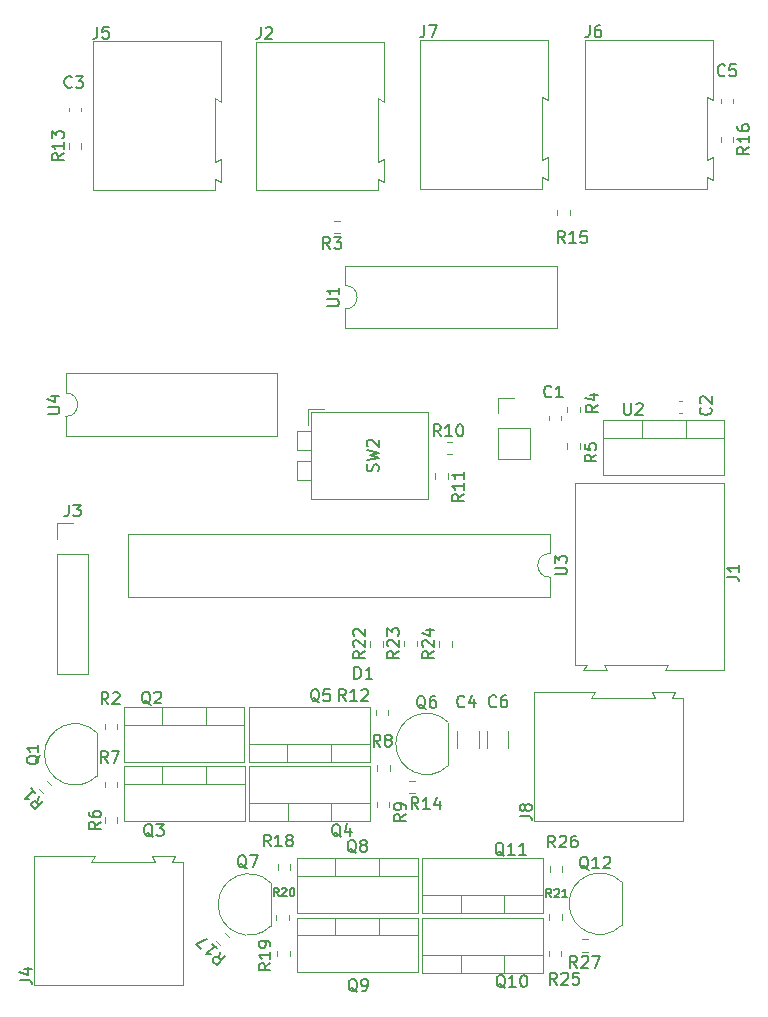
<source format=gbr>
%TF.GenerationSoftware,KiCad,Pcbnew,(6.0.2)*%
%TF.CreationDate,2022-03-08T08:53:01-06:00*%
%TF.ProjectId,FundamentalsRobot,46756e64-616d-4656-9e74-616c73526f62,rev?*%
%TF.SameCoordinates,Original*%
%TF.FileFunction,Legend,Top*%
%TF.FilePolarity,Positive*%
%FSLAX46Y46*%
G04 Gerber Fmt 4.6, Leading zero omitted, Abs format (unit mm)*
G04 Created by KiCad (PCBNEW (6.0.2)) date 2022-03-08 08:53:01*
%MOMM*%
%LPD*%
G01*
G04 APERTURE LIST*
%ADD10C,0.150000*%
%ADD11C,0.120000*%
G04 APERTURE END LIST*
D10*
%TO.C,R13*%
X102037380Y-64987857D02*
X101561190Y-65321190D01*
X102037380Y-65559285D02*
X101037380Y-65559285D01*
X101037380Y-65178333D01*
X101085000Y-65083095D01*
X101132619Y-65035476D01*
X101227857Y-64987857D01*
X101370714Y-64987857D01*
X101465952Y-65035476D01*
X101513571Y-65083095D01*
X101561190Y-65178333D01*
X101561190Y-65559285D01*
X102037380Y-64035476D02*
X102037380Y-64606904D01*
X102037380Y-64321190D02*
X101037380Y-64321190D01*
X101180238Y-64416428D01*
X101275476Y-64511666D01*
X101323095Y-64606904D01*
X101037380Y-63702142D02*
X101037380Y-63083095D01*
X101418333Y-63416428D01*
X101418333Y-63273571D01*
X101465952Y-63178333D01*
X101513571Y-63130714D01*
X101608809Y-63083095D01*
X101846904Y-63083095D01*
X101942142Y-63130714D01*
X101989761Y-63178333D01*
X102037380Y-63273571D01*
X102037380Y-63559285D01*
X101989761Y-63654523D01*
X101942142Y-63702142D01*
%TO.C,U2*%
X149508095Y-86122380D02*
X149508095Y-86931904D01*
X149555714Y-87027142D01*
X149603333Y-87074761D01*
X149698571Y-87122380D01*
X149889047Y-87122380D01*
X149984285Y-87074761D01*
X150031904Y-87027142D01*
X150079523Y-86931904D01*
X150079523Y-86122380D01*
X150508095Y-86217619D02*
X150555714Y-86170000D01*
X150650952Y-86122380D01*
X150889047Y-86122380D01*
X150984285Y-86170000D01*
X151031904Y-86217619D01*
X151079523Y-86312857D01*
X151079523Y-86408095D01*
X151031904Y-86550952D01*
X150460476Y-87122380D01*
X151079523Y-87122380D01*
%TO.C,Q4*%
X125504761Y-122847619D02*
X125409523Y-122800000D01*
X125314285Y-122704761D01*
X125171428Y-122561904D01*
X125076190Y-122514285D01*
X124980952Y-122514285D01*
X125028571Y-122752380D02*
X124933333Y-122704761D01*
X124838095Y-122609523D01*
X124790476Y-122419047D01*
X124790476Y-122085714D01*
X124838095Y-121895238D01*
X124933333Y-121800000D01*
X125028571Y-121752380D01*
X125219047Y-121752380D01*
X125314285Y-121800000D01*
X125409523Y-121895238D01*
X125457142Y-122085714D01*
X125457142Y-122419047D01*
X125409523Y-122609523D01*
X125314285Y-122704761D01*
X125219047Y-122752380D01*
X125028571Y-122752380D01*
X126314285Y-122085714D02*
X126314285Y-122752380D01*
X126076190Y-121704761D02*
X125838095Y-122419047D01*
X126457142Y-122419047D01*
%TO.C,Q12*%
X146488571Y-125612619D02*
X146393333Y-125565000D01*
X146298095Y-125469761D01*
X146155238Y-125326904D01*
X146060000Y-125279285D01*
X145964761Y-125279285D01*
X146012380Y-125517380D02*
X145917142Y-125469761D01*
X145821904Y-125374523D01*
X145774285Y-125184047D01*
X145774285Y-124850714D01*
X145821904Y-124660238D01*
X145917142Y-124565000D01*
X146012380Y-124517380D01*
X146202857Y-124517380D01*
X146298095Y-124565000D01*
X146393333Y-124660238D01*
X146440952Y-124850714D01*
X146440952Y-125184047D01*
X146393333Y-125374523D01*
X146298095Y-125469761D01*
X146202857Y-125517380D01*
X146012380Y-125517380D01*
X147393333Y-125517380D02*
X146821904Y-125517380D01*
X147107619Y-125517380D02*
X147107619Y-124517380D01*
X147012380Y-124660238D01*
X146917142Y-124755476D01*
X146821904Y-124803095D01*
X147774285Y-124612619D02*
X147821904Y-124565000D01*
X147917142Y-124517380D01*
X148155238Y-124517380D01*
X148250476Y-124565000D01*
X148298095Y-124612619D01*
X148345714Y-124707857D01*
X148345714Y-124803095D01*
X148298095Y-124945952D01*
X147726666Y-125517380D01*
X148345714Y-125517380D01*
%TO.C,R17*%
X115304450Y-132564687D02*
X115203435Y-133137106D01*
X115708511Y-132968748D02*
X115001404Y-133675854D01*
X114732030Y-133406480D01*
X114698358Y-133305465D01*
X114698358Y-133238122D01*
X114732030Y-133137106D01*
X114833045Y-133036091D01*
X114934061Y-133002419D01*
X115001404Y-133002419D01*
X115102419Y-133036091D01*
X115371793Y-133305465D01*
X114631015Y-131891251D02*
X115035076Y-132295312D01*
X114833045Y-132093282D02*
X114125938Y-132800389D01*
X114294297Y-132766717D01*
X114428984Y-132766717D01*
X114530000Y-132800389D01*
X113688206Y-132362656D02*
X113216801Y-131891251D01*
X114226954Y-131487190D01*
%TO.C,R4*%
X147252380Y-86266666D02*
X146776190Y-86600000D01*
X147252380Y-86838095D02*
X146252380Y-86838095D01*
X146252380Y-86457142D01*
X146300000Y-86361904D01*
X146347619Y-86314285D01*
X146442857Y-86266666D01*
X146585714Y-86266666D01*
X146680952Y-86314285D01*
X146728571Y-86361904D01*
X146776190Y-86457142D01*
X146776190Y-86838095D01*
X146585714Y-85409523D02*
X147252380Y-85409523D01*
X146204761Y-85647619D02*
X146919047Y-85885714D01*
X146919047Y-85266666D01*
%TO.C,R27*%
X145517142Y-133927380D02*
X145183809Y-133451190D01*
X144945714Y-133927380D02*
X144945714Y-132927380D01*
X145326666Y-132927380D01*
X145421904Y-132975000D01*
X145469523Y-133022619D01*
X145517142Y-133117857D01*
X145517142Y-133260714D01*
X145469523Y-133355952D01*
X145421904Y-133403571D01*
X145326666Y-133451190D01*
X144945714Y-133451190D01*
X145898095Y-133022619D02*
X145945714Y-132975000D01*
X146040952Y-132927380D01*
X146279047Y-132927380D01*
X146374285Y-132975000D01*
X146421904Y-133022619D01*
X146469523Y-133117857D01*
X146469523Y-133213095D01*
X146421904Y-133355952D01*
X145850476Y-133927380D01*
X146469523Y-133927380D01*
X146802857Y-132927380D02*
X147469523Y-132927380D01*
X147040952Y-133927380D01*
%TO.C,U1*%
X124347380Y-77916904D02*
X125156904Y-77916904D01*
X125252142Y-77869285D01*
X125299761Y-77821666D01*
X125347380Y-77726428D01*
X125347380Y-77535952D01*
X125299761Y-77440714D01*
X125252142Y-77393095D01*
X125156904Y-77345476D01*
X124347380Y-77345476D01*
X125347380Y-76345476D02*
X125347380Y-76916904D01*
X125347380Y-76631190D02*
X124347380Y-76631190D01*
X124490238Y-76726428D01*
X124585476Y-76821666D01*
X124633095Y-76916904D01*
%TO.C,C4*%
X135973333Y-111787142D02*
X135925714Y-111834761D01*
X135782857Y-111882380D01*
X135687619Y-111882380D01*
X135544761Y-111834761D01*
X135449523Y-111739523D01*
X135401904Y-111644285D01*
X135354285Y-111453809D01*
X135354285Y-111310952D01*
X135401904Y-111120476D01*
X135449523Y-111025238D01*
X135544761Y-110930000D01*
X135687619Y-110882380D01*
X135782857Y-110882380D01*
X135925714Y-110930000D01*
X135973333Y-110977619D01*
X136830476Y-111215714D02*
X136830476Y-111882380D01*
X136592380Y-110834761D02*
X136354285Y-111549047D01*
X136973333Y-111549047D01*
%TO.C,Q1*%
X100007619Y-115955238D02*
X99960000Y-116050476D01*
X99864761Y-116145714D01*
X99721904Y-116288571D01*
X99674285Y-116383809D01*
X99674285Y-116479047D01*
X99912380Y-116431428D02*
X99864761Y-116526666D01*
X99769523Y-116621904D01*
X99579047Y-116669523D01*
X99245714Y-116669523D01*
X99055238Y-116621904D01*
X98960000Y-116526666D01*
X98912380Y-116431428D01*
X98912380Y-116240952D01*
X98960000Y-116145714D01*
X99055238Y-116050476D01*
X99245714Y-116002857D01*
X99579047Y-116002857D01*
X99769523Y-116050476D01*
X99864761Y-116145714D01*
X99912380Y-116240952D01*
X99912380Y-116431428D01*
X99912380Y-115050476D02*
X99912380Y-115621904D01*
X99912380Y-115336190D02*
X98912380Y-115336190D01*
X99055238Y-115431428D01*
X99150476Y-115526666D01*
X99198095Y-115621904D01*
%TO.C,R10*%
X133977142Y-88927380D02*
X133643809Y-88451190D01*
X133405714Y-88927380D02*
X133405714Y-87927380D01*
X133786666Y-87927380D01*
X133881904Y-87975000D01*
X133929523Y-88022619D01*
X133977142Y-88117857D01*
X133977142Y-88260714D01*
X133929523Y-88355952D01*
X133881904Y-88403571D01*
X133786666Y-88451190D01*
X133405714Y-88451190D01*
X134929523Y-88927380D02*
X134358095Y-88927380D01*
X134643809Y-88927380D02*
X134643809Y-87927380D01*
X134548571Y-88070238D01*
X134453333Y-88165476D01*
X134358095Y-88213095D01*
X135548571Y-87927380D02*
X135643809Y-87927380D01*
X135739047Y-87975000D01*
X135786666Y-88022619D01*
X135834285Y-88117857D01*
X135881904Y-88308333D01*
X135881904Y-88546428D01*
X135834285Y-88736904D01*
X135786666Y-88832142D01*
X135739047Y-88879761D01*
X135643809Y-88927380D01*
X135548571Y-88927380D01*
X135453333Y-88879761D01*
X135405714Y-88832142D01*
X135358095Y-88736904D01*
X135310476Y-88546428D01*
X135310476Y-88308333D01*
X135358095Y-88117857D01*
X135405714Y-88022619D01*
X135453333Y-87975000D01*
X135548571Y-87927380D01*
%TO.C,R24*%
X133402380Y-107137857D02*
X132926190Y-107471190D01*
X133402380Y-107709285D02*
X132402380Y-107709285D01*
X132402380Y-107328333D01*
X132450000Y-107233095D01*
X132497619Y-107185476D01*
X132592857Y-107137857D01*
X132735714Y-107137857D01*
X132830952Y-107185476D01*
X132878571Y-107233095D01*
X132926190Y-107328333D01*
X132926190Y-107709285D01*
X132497619Y-106756904D02*
X132450000Y-106709285D01*
X132402380Y-106614047D01*
X132402380Y-106375952D01*
X132450000Y-106280714D01*
X132497619Y-106233095D01*
X132592857Y-106185476D01*
X132688095Y-106185476D01*
X132830952Y-106233095D01*
X133402380Y-106804523D01*
X133402380Y-106185476D01*
X132735714Y-105328333D02*
X133402380Y-105328333D01*
X132354761Y-105566428D02*
X133069047Y-105804523D01*
X133069047Y-105185476D01*
%TO.C,J5*%
X104906666Y-54252380D02*
X104906666Y-54966666D01*
X104859047Y-55109523D01*
X104763809Y-55204761D01*
X104620952Y-55252380D01*
X104525714Y-55252380D01*
X105859047Y-54252380D02*
X105382857Y-54252380D01*
X105335238Y-54728571D01*
X105382857Y-54680952D01*
X105478095Y-54633333D01*
X105716190Y-54633333D01*
X105811428Y-54680952D01*
X105859047Y-54728571D01*
X105906666Y-54823809D01*
X105906666Y-55061904D01*
X105859047Y-55157142D01*
X105811428Y-55204761D01*
X105716190Y-55252380D01*
X105478095Y-55252380D01*
X105382857Y-55204761D01*
X105335238Y-55157142D01*
%TO.C,J1*%
X158232380Y-100838333D02*
X158946666Y-100838333D01*
X159089523Y-100885952D01*
X159184761Y-100981190D01*
X159232380Y-101124047D01*
X159232380Y-101219285D01*
X159232380Y-99838333D02*
X159232380Y-100409761D01*
X159232380Y-100124047D02*
X158232380Y-100124047D01*
X158375238Y-100219285D01*
X158470476Y-100314523D01*
X158518095Y-100409761D01*
%TO.C,J6*%
X146581666Y-54132380D02*
X146581666Y-54846666D01*
X146534047Y-54989523D01*
X146438809Y-55084761D01*
X146295952Y-55132380D01*
X146200714Y-55132380D01*
X147486428Y-54132380D02*
X147295952Y-54132380D01*
X147200714Y-54180000D01*
X147153095Y-54227619D01*
X147057857Y-54370476D01*
X147010238Y-54560952D01*
X147010238Y-54941904D01*
X147057857Y-55037142D01*
X147105476Y-55084761D01*
X147200714Y-55132380D01*
X147391190Y-55132380D01*
X147486428Y-55084761D01*
X147534047Y-55037142D01*
X147581666Y-54941904D01*
X147581666Y-54703809D01*
X147534047Y-54608571D01*
X147486428Y-54560952D01*
X147391190Y-54513333D01*
X147200714Y-54513333D01*
X147105476Y-54560952D01*
X147057857Y-54608571D01*
X147010238Y-54703809D01*
%TO.C,C2*%
X156807142Y-86506666D02*
X156854761Y-86554285D01*
X156902380Y-86697142D01*
X156902380Y-86792380D01*
X156854761Y-86935238D01*
X156759523Y-87030476D01*
X156664285Y-87078095D01*
X156473809Y-87125714D01*
X156330952Y-87125714D01*
X156140476Y-87078095D01*
X156045238Y-87030476D01*
X155950000Y-86935238D01*
X155902380Y-86792380D01*
X155902380Y-86697142D01*
X155950000Y-86554285D01*
X155997619Y-86506666D01*
X155997619Y-86125714D02*
X155950000Y-86078095D01*
X155902380Y-85982857D01*
X155902380Y-85744761D01*
X155950000Y-85649523D01*
X155997619Y-85601904D01*
X156092857Y-85554285D01*
X156188095Y-85554285D01*
X156330952Y-85601904D01*
X156902380Y-86173333D01*
X156902380Y-85554285D01*
%TO.C,Q10*%
X139428571Y-135647619D02*
X139333333Y-135600000D01*
X139238095Y-135504761D01*
X139095238Y-135361904D01*
X139000000Y-135314285D01*
X138904761Y-135314285D01*
X138952380Y-135552380D02*
X138857142Y-135504761D01*
X138761904Y-135409523D01*
X138714285Y-135219047D01*
X138714285Y-134885714D01*
X138761904Y-134695238D01*
X138857142Y-134600000D01*
X138952380Y-134552380D01*
X139142857Y-134552380D01*
X139238095Y-134600000D01*
X139333333Y-134695238D01*
X139380952Y-134885714D01*
X139380952Y-135219047D01*
X139333333Y-135409523D01*
X139238095Y-135504761D01*
X139142857Y-135552380D01*
X138952380Y-135552380D01*
X140333333Y-135552380D02*
X139761904Y-135552380D01*
X140047619Y-135552380D02*
X140047619Y-134552380D01*
X139952380Y-134695238D01*
X139857142Y-134790476D01*
X139761904Y-134838095D01*
X140952380Y-134552380D02*
X141047619Y-134552380D01*
X141142857Y-134600000D01*
X141190476Y-134647619D01*
X141238095Y-134742857D01*
X141285714Y-134933333D01*
X141285714Y-135171428D01*
X141238095Y-135361904D01*
X141190476Y-135457142D01*
X141142857Y-135504761D01*
X141047619Y-135552380D01*
X140952380Y-135552380D01*
X140857142Y-135504761D01*
X140809523Y-135457142D01*
X140761904Y-135361904D01*
X140714285Y-135171428D01*
X140714285Y-134933333D01*
X140761904Y-134742857D01*
X140809523Y-134647619D01*
X140857142Y-134600000D01*
X140952380Y-134552380D01*
%TO.C,R23*%
X130442380Y-107107857D02*
X129966190Y-107441190D01*
X130442380Y-107679285D02*
X129442380Y-107679285D01*
X129442380Y-107298333D01*
X129490000Y-107203095D01*
X129537619Y-107155476D01*
X129632857Y-107107857D01*
X129775714Y-107107857D01*
X129870952Y-107155476D01*
X129918571Y-107203095D01*
X129966190Y-107298333D01*
X129966190Y-107679285D01*
X129537619Y-106726904D02*
X129490000Y-106679285D01*
X129442380Y-106584047D01*
X129442380Y-106345952D01*
X129490000Y-106250714D01*
X129537619Y-106203095D01*
X129632857Y-106155476D01*
X129728095Y-106155476D01*
X129870952Y-106203095D01*
X130442380Y-106774523D01*
X130442380Y-106155476D01*
X129442380Y-105822142D02*
X129442380Y-105203095D01*
X129823333Y-105536428D01*
X129823333Y-105393571D01*
X129870952Y-105298333D01*
X129918571Y-105250714D01*
X130013809Y-105203095D01*
X130251904Y-105203095D01*
X130347142Y-105250714D01*
X130394761Y-105298333D01*
X130442380Y-105393571D01*
X130442380Y-105679285D01*
X130394761Y-105774523D01*
X130347142Y-105822142D01*
%TO.C,R18*%
X119567142Y-123652380D02*
X119233809Y-123176190D01*
X118995714Y-123652380D02*
X118995714Y-122652380D01*
X119376666Y-122652380D01*
X119471904Y-122700000D01*
X119519523Y-122747619D01*
X119567142Y-122842857D01*
X119567142Y-122985714D01*
X119519523Y-123080952D01*
X119471904Y-123128571D01*
X119376666Y-123176190D01*
X118995714Y-123176190D01*
X120519523Y-123652380D02*
X119948095Y-123652380D01*
X120233809Y-123652380D02*
X120233809Y-122652380D01*
X120138571Y-122795238D01*
X120043333Y-122890476D01*
X119948095Y-122938095D01*
X121090952Y-123080952D02*
X120995714Y-123033333D01*
X120948095Y-122985714D01*
X120900476Y-122890476D01*
X120900476Y-122842857D01*
X120948095Y-122747619D01*
X120995714Y-122700000D01*
X121090952Y-122652380D01*
X121281428Y-122652380D01*
X121376666Y-122700000D01*
X121424285Y-122747619D01*
X121471904Y-122842857D01*
X121471904Y-122890476D01*
X121424285Y-122985714D01*
X121376666Y-123033333D01*
X121281428Y-123080952D01*
X121090952Y-123080952D01*
X120995714Y-123128571D01*
X120948095Y-123176190D01*
X120900476Y-123271428D01*
X120900476Y-123461904D01*
X120948095Y-123557142D01*
X120995714Y-123604761D01*
X121090952Y-123652380D01*
X121281428Y-123652380D01*
X121376666Y-123604761D01*
X121424285Y-123557142D01*
X121471904Y-123461904D01*
X121471904Y-123271428D01*
X121424285Y-123176190D01*
X121376666Y-123128571D01*
X121281428Y-123080952D01*
%TO.C,R26*%
X143652142Y-123737380D02*
X143318809Y-123261190D01*
X143080714Y-123737380D02*
X143080714Y-122737380D01*
X143461666Y-122737380D01*
X143556904Y-122785000D01*
X143604523Y-122832619D01*
X143652142Y-122927857D01*
X143652142Y-123070714D01*
X143604523Y-123165952D01*
X143556904Y-123213571D01*
X143461666Y-123261190D01*
X143080714Y-123261190D01*
X144033095Y-122832619D02*
X144080714Y-122785000D01*
X144175952Y-122737380D01*
X144414047Y-122737380D01*
X144509285Y-122785000D01*
X144556904Y-122832619D01*
X144604523Y-122927857D01*
X144604523Y-123023095D01*
X144556904Y-123165952D01*
X143985476Y-123737380D01*
X144604523Y-123737380D01*
X145461666Y-122737380D02*
X145271190Y-122737380D01*
X145175952Y-122785000D01*
X145128333Y-122832619D01*
X145033095Y-122975476D01*
X144985476Y-123165952D01*
X144985476Y-123546904D01*
X145033095Y-123642142D01*
X145080714Y-123689761D01*
X145175952Y-123737380D01*
X145366428Y-123737380D01*
X145461666Y-123689761D01*
X145509285Y-123642142D01*
X145556904Y-123546904D01*
X145556904Y-123308809D01*
X145509285Y-123213571D01*
X145461666Y-123165952D01*
X145366428Y-123118333D01*
X145175952Y-123118333D01*
X145080714Y-123165952D01*
X145033095Y-123213571D01*
X144985476Y-123308809D01*
%TO.C,R25*%
X143817142Y-135347380D02*
X143483809Y-134871190D01*
X143245714Y-135347380D02*
X143245714Y-134347380D01*
X143626666Y-134347380D01*
X143721904Y-134395000D01*
X143769523Y-134442619D01*
X143817142Y-134537857D01*
X143817142Y-134680714D01*
X143769523Y-134775952D01*
X143721904Y-134823571D01*
X143626666Y-134871190D01*
X143245714Y-134871190D01*
X144198095Y-134442619D02*
X144245714Y-134395000D01*
X144340952Y-134347380D01*
X144579047Y-134347380D01*
X144674285Y-134395000D01*
X144721904Y-134442619D01*
X144769523Y-134537857D01*
X144769523Y-134633095D01*
X144721904Y-134775952D01*
X144150476Y-135347380D01*
X144769523Y-135347380D01*
X145674285Y-134347380D02*
X145198095Y-134347380D01*
X145150476Y-134823571D01*
X145198095Y-134775952D01*
X145293333Y-134728333D01*
X145531428Y-134728333D01*
X145626666Y-134775952D01*
X145674285Y-134823571D01*
X145721904Y-134918809D01*
X145721904Y-135156904D01*
X145674285Y-135252142D01*
X145626666Y-135299761D01*
X145531428Y-135347380D01*
X145293333Y-135347380D01*
X145198095Y-135299761D01*
X145150476Y-135252142D01*
%TO.C,Q5*%
X123704761Y-111447619D02*
X123609523Y-111400000D01*
X123514285Y-111304761D01*
X123371428Y-111161904D01*
X123276190Y-111114285D01*
X123180952Y-111114285D01*
X123228571Y-111352380D02*
X123133333Y-111304761D01*
X123038095Y-111209523D01*
X122990476Y-111019047D01*
X122990476Y-110685714D01*
X123038095Y-110495238D01*
X123133333Y-110400000D01*
X123228571Y-110352380D01*
X123419047Y-110352380D01*
X123514285Y-110400000D01*
X123609523Y-110495238D01*
X123657142Y-110685714D01*
X123657142Y-111019047D01*
X123609523Y-111209523D01*
X123514285Y-111304761D01*
X123419047Y-111352380D01*
X123228571Y-111352380D01*
X124561904Y-110352380D02*
X124085714Y-110352380D01*
X124038095Y-110828571D01*
X124085714Y-110780952D01*
X124180952Y-110733333D01*
X124419047Y-110733333D01*
X124514285Y-110780952D01*
X124561904Y-110828571D01*
X124609523Y-110923809D01*
X124609523Y-111161904D01*
X124561904Y-111257142D01*
X124514285Y-111304761D01*
X124419047Y-111352380D01*
X124180952Y-111352380D01*
X124085714Y-111304761D01*
X124038095Y-111257142D01*
%TO.C,R3*%
X124603333Y-73072380D02*
X124270000Y-72596190D01*
X124031904Y-73072380D02*
X124031904Y-72072380D01*
X124412857Y-72072380D01*
X124508095Y-72120000D01*
X124555714Y-72167619D01*
X124603333Y-72262857D01*
X124603333Y-72405714D01*
X124555714Y-72500952D01*
X124508095Y-72548571D01*
X124412857Y-72596190D01*
X124031904Y-72596190D01*
X124936666Y-72072380D02*
X125555714Y-72072380D01*
X125222380Y-72453333D01*
X125365238Y-72453333D01*
X125460476Y-72500952D01*
X125508095Y-72548571D01*
X125555714Y-72643809D01*
X125555714Y-72881904D01*
X125508095Y-72977142D01*
X125460476Y-73024761D01*
X125365238Y-73072380D01*
X125079523Y-73072380D01*
X124984285Y-73024761D01*
X124936666Y-72977142D01*
%TO.C,C3*%
X102738333Y-59332142D02*
X102690714Y-59379761D01*
X102547857Y-59427380D01*
X102452619Y-59427380D01*
X102309761Y-59379761D01*
X102214523Y-59284523D01*
X102166904Y-59189285D01*
X102119285Y-58998809D01*
X102119285Y-58855952D01*
X102166904Y-58665476D01*
X102214523Y-58570238D01*
X102309761Y-58475000D01*
X102452619Y-58427380D01*
X102547857Y-58427380D01*
X102690714Y-58475000D01*
X102738333Y-58522619D01*
X103071666Y-58427380D02*
X103690714Y-58427380D01*
X103357380Y-58808333D01*
X103500238Y-58808333D01*
X103595476Y-58855952D01*
X103643095Y-58903571D01*
X103690714Y-58998809D01*
X103690714Y-59236904D01*
X103643095Y-59332142D01*
X103595476Y-59379761D01*
X103500238Y-59427380D01*
X103214523Y-59427380D01*
X103119285Y-59379761D01*
X103071666Y-59332142D01*
%TO.C,J8*%
X140662380Y-121068333D02*
X141376666Y-121068333D01*
X141519523Y-121115952D01*
X141614761Y-121211190D01*
X141662380Y-121354047D01*
X141662380Y-121449285D01*
X141090952Y-120449285D02*
X141043333Y-120544523D01*
X140995714Y-120592142D01*
X140900476Y-120639761D01*
X140852857Y-120639761D01*
X140757619Y-120592142D01*
X140710000Y-120544523D01*
X140662380Y-120449285D01*
X140662380Y-120258809D01*
X140710000Y-120163571D01*
X140757619Y-120115952D01*
X140852857Y-120068333D01*
X140900476Y-120068333D01*
X140995714Y-120115952D01*
X141043333Y-120163571D01*
X141090952Y-120258809D01*
X141090952Y-120449285D01*
X141138571Y-120544523D01*
X141186190Y-120592142D01*
X141281428Y-120639761D01*
X141471904Y-120639761D01*
X141567142Y-120592142D01*
X141614761Y-120544523D01*
X141662380Y-120449285D01*
X141662380Y-120258809D01*
X141614761Y-120163571D01*
X141567142Y-120115952D01*
X141471904Y-120068333D01*
X141281428Y-120068333D01*
X141186190Y-120115952D01*
X141138571Y-120163571D01*
X141090952Y-120258809D01*
%TO.C,C1*%
X143333333Y-85547142D02*
X143285714Y-85594761D01*
X143142857Y-85642380D01*
X143047619Y-85642380D01*
X142904761Y-85594761D01*
X142809523Y-85499523D01*
X142761904Y-85404285D01*
X142714285Y-85213809D01*
X142714285Y-85070952D01*
X142761904Y-84880476D01*
X142809523Y-84785238D01*
X142904761Y-84690000D01*
X143047619Y-84642380D01*
X143142857Y-84642380D01*
X143285714Y-84690000D01*
X143333333Y-84737619D01*
X144285714Y-85642380D02*
X143714285Y-85642380D01*
X144000000Y-85642380D02*
X144000000Y-84642380D01*
X143904761Y-84785238D01*
X143809523Y-84880476D01*
X143714285Y-84928095D01*
%TO.C,R14*%
X132077142Y-120487380D02*
X131743809Y-120011190D01*
X131505714Y-120487380D02*
X131505714Y-119487380D01*
X131886666Y-119487380D01*
X131981904Y-119535000D01*
X132029523Y-119582619D01*
X132077142Y-119677857D01*
X132077142Y-119820714D01*
X132029523Y-119915952D01*
X131981904Y-119963571D01*
X131886666Y-120011190D01*
X131505714Y-120011190D01*
X133029523Y-120487380D02*
X132458095Y-120487380D01*
X132743809Y-120487380D02*
X132743809Y-119487380D01*
X132648571Y-119630238D01*
X132553333Y-119725476D01*
X132458095Y-119773095D01*
X133886666Y-119820714D02*
X133886666Y-120487380D01*
X133648571Y-119439761D02*
X133410476Y-120154047D01*
X134029523Y-120154047D01*
%TO.C,C6*%
X138663333Y-111772142D02*
X138615714Y-111819761D01*
X138472857Y-111867380D01*
X138377619Y-111867380D01*
X138234761Y-111819761D01*
X138139523Y-111724523D01*
X138091904Y-111629285D01*
X138044285Y-111438809D01*
X138044285Y-111295952D01*
X138091904Y-111105476D01*
X138139523Y-111010238D01*
X138234761Y-110915000D01*
X138377619Y-110867380D01*
X138472857Y-110867380D01*
X138615714Y-110915000D01*
X138663333Y-110962619D01*
X139520476Y-110867380D02*
X139330000Y-110867380D01*
X139234761Y-110915000D01*
X139187142Y-110962619D01*
X139091904Y-111105476D01*
X139044285Y-111295952D01*
X139044285Y-111676904D01*
X139091904Y-111772142D01*
X139139523Y-111819761D01*
X139234761Y-111867380D01*
X139425238Y-111867380D01*
X139520476Y-111819761D01*
X139568095Y-111772142D01*
X139615714Y-111676904D01*
X139615714Y-111438809D01*
X139568095Y-111343571D01*
X139520476Y-111295952D01*
X139425238Y-111248333D01*
X139234761Y-111248333D01*
X139139523Y-111295952D01*
X139091904Y-111343571D01*
X139044285Y-111438809D01*
%TO.C,R20*%
X120260000Y-127861666D02*
X120026666Y-127528333D01*
X119860000Y-127861666D02*
X119860000Y-127161666D01*
X120126666Y-127161666D01*
X120193333Y-127195000D01*
X120226666Y-127228333D01*
X120260000Y-127295000D01*
X120260000Y-127395000D01*
X120226666Y-127461666D01*
X120193333Y-127495000D01*
X120126666Y-127528333D01*
X119860000Y-127528333D01*
X120526666Y-127228333D02*
X120560000Y-127195000D01*
X120626666Y-127161666D01*
X120793333Y-127161666D01*
X120860000Y-127195000D01*
X120893333Y-127228333D01*
X120926666Y-127295000D01*
X120926666Y-127361666D01*
X120893333Y-127461666D01*
X120493333Y-127861666D01*
X120926666Y-127861666D01*
X121360000Y-127161666D02*
X121426666Y-127161666D01*
X121493333Y-127195000D01*
X121526666Y-127228333D01*
X121560000Y-127295000D01*
X121593333Y-127428333D01*
X121593333Y-127595000D01*
X121560000Y-127728333D01*
X121526666Y-127795000D01*
X121493333Y-127828333D01*
X121426666Y-127861666D01*
X121360000Y-127861666D01*
X121293333Y-127828333D01*
X121260000Y-127795000D01*
X121226666Y-127728333D01*
X121193333Y-127595000D01*
X121193333Y-127428333D01*
X121226666Y-127295000D01*
X121260000Y-127228333D01*
X121293333Y-127195000D01*
X121360000Y-127161666D01*
%TO.C,R6*%
X105182380Y-121576666D02*
X104706190Y-121910000D01*
X105182380Y-122148095D02*
X104182380Y-122148095D01*
X104182380Y-121767142D01*
X104230000Y-121671904D01*
X104277619Y-121624285D01*
X104372857Y-121576666D01*
X104515714Y-121576666D01*
X104610952Y-121624285D01*
X104658571Y-121671904D01*
X104706190Y-121767142D01*
X104706190Y-122148095D01*
X104182380Y-120719523D02*
X104182380Y-120910000D01*
X104230000Y-121005238D01*
X104277619Y-121052857D01*
X104420476Y-121148095D01*
X104610952Y-121195714D01*
X104991904Y-121195714D01*
X105087142Y-121148095D01*
X105134761Y-121100476D01*
X105182380Y-121005238D01*
X105182380Y-120814761D01*
X105134761Y-120719523D01*
X105087142Y-120671904D01*
X104991904Y-120624285D01*
X104753809Y-120624285D01*
X104658571Y-120671904D01*
X104610952Y-120719523D01*
X104563333Y-120814761D01*
X104563333Y-121005238D01*
X104610952Y-121100476D01*
X104658571Y-121148095D01*
X104753809Y-121195714D01*
%TO.C,R16*%
X160077380Y-64432857D02*
X159601190Y-64766190D01*
X160077380Y-65004285D02*
X159077380Y-65004285D01*
X159077380Y-64623333D01*
X159125000Y-64528095D01*
X159172619Y-64480476D01*
X159267857Y-64432857D01*
X159410714Y-64432857D01*
X159505952Y-64480476D01*
X159553571Y-64528095D01*
X159601190Y-64623333D01*
X159601190Y-65004285D01*
X160077380Y-63480476D02*
X160077380Y-64051904D01*
X160077380Y-63766190D02*
X159077380Y-63766190D01*
X159220238Y-63861428D01*
X159315476Y-63956666D01*
X159363095Y-64051904D01*
X159077380Y-62623333D02*
X159077380Y-62813809D01*
X159125000Y-62909047D01*
X159172619Y-62956666D01*
X159315476Y-63051904D01*
X159505952Y-63099523D01*
X159886904Y-63099523D01*
X159982142Y-63051904D01*
X160029761Y-63004285D01*
X160077380Y-62909047D01*
X160077380Y-62718571D01*
X160029761Y-62623333D01*
X159982142Y-62575714D01*
X159886904Y-62528095D01*
X159648809Y-62528095D01*
X159553571Y-62575714D01*
X159505952Y-62623333D01*
X159458333Y-62718571D01*
X159458333Y-62909047D01*
X159505952Y-63004285D01*
X159553571Y-63051904D01*
X159648809Y-63099523D01*
%TO.C,R9*%
X131002380Y-120941666D02*
X130526190Y-121275000D01*
X131002380Y-121513095D02*
X130002380Y-121513095D01*
X130002380Y-121132142D01*
X130050000Y-121036904D01*
X130097619Y-120989285D01*
X130192857Y-120941666D01*
X130335714Y-120941666D01*
X130430952Y-120989285D01*
X130478571Y-121036904D01*
X130526190Y-121132142D01*
X130526190Y-121513095D01*
X131002380Y-120465476D02*
X131002380Y-120275000D01*
X130954761Y-120179761D01*
X130907142Y-120132142D01*
X130764285Y-120036904D01*
X130573809Y-119989285D01*
X130192857Y-119989285D01*
X130097619Y-120036904D01*
X130050000Y-120084523D01*
X130002380Y-120179761D01*
X130002380Y-120370238D01*
X130050000Y-120465476D01*
X130097619Y-120513095D01*
X130192857Y-120560714D01*
X130430952Y-120560714D01*
X130526190Y-120513095D01*
X130573809Y-120465476D01*
X130621428Y-120370238D01*
X130621428Y-120179761D01*
X130573809Y-120084523D01*
X130526190Y-120036904D01*
X130430952Y-119989285D01*
%TO.C,Q6*%
X132694761Y-112007619D02*
X132599523Y-111960000D01*
X132504285Y-111864761D01*
X132361428Y-111721904D01*
X132266190Y-111674285D01*
X132170952Y-111674285D01*
X132218571Y-111912380D02*
X132123333Y-111864761D01*
X132028095Y-111769523D01*
X131980476Y-111579047D01*
X131980476Y-111245714D01*
X132028095Y-111055238D01*
X132123333Y-110960000D01*
X132218571Y-110912380D01*
X132409047Y-110912380D01*
X132504285Y-110960000D01*
X132599523Y-111055238D01*
X132647142Y-111245714D01*
X132647142Y-111579047D01*
X132599523Y-111769523D01*
X132504285Y-111864761D01*
X132409047Y-111912380D01*
X132218571Y-111912380D01*
X133504285Y-110912380D02*
X133313809Y-110912380D01*
X133218571Y-110960000D01*
X133170952Y-111007619D01*
X133075714Y-111150476D01*
X133028095Y-111340952D01*
X133028095Y-111721904D01*
X133075714Y-111817142D01*
X133123333Y-111864761D01*
X133218571Y-111912380D01*
X133409047Y-111912380D01*
X133504285Y-111864761D01*
X133551904Y-111817142D01*
X133599523Y-111721904D01*
X133599523Y-111483809D01*
X133551904Y-111388571D01*
X133504285Y-111340952D01*
X133409047Y-111293333D01*
X133218571Y-111293333D01*
X133123333Y-111340952D01*
X133075714Y-111388571D01*
X133028095Y-111483809D01*
%TO.C,R2*%
X105833333Y-111612380D02*
X105500000Y-111136190D01*
X105261904Y-111612380D02*
X105261904Y-110612380D01*
X105642857Y-110612380D01*
X105738095Y-110660000D01*
X105785714Y-110707619D01*
X105833333Y-110802857D01*
X105833333Y-110945714D01*
X105785714Y-111040952D01*
X105738095Y-111088571D01*
X105642857Y-111136190D01*
X105261904Y-111136190D01*
X106214285Y-110707619D02*
X106261904Y-110660000D01*
X106357142Y-110612380D01*
X106595238Y-110612380D01*
X106690476Y-110660000D01*
X106738095Y-110707619D01*
X106785714Y-110802857D01*
X106785714Y-110898095D01*
X106738095Y-111040952D01*
X106166666Y-111612380D01*
X106785714Y-111612380D01*
%TO.C,J7*%
X132591666Y-54132380D02*
X132591666Y-54846666D01*
X132544047Y-54989523D01*
X132448809Y-55084761D01*
X132305952Y-55132380D01*
X132210714Y-55132380D01*
X132972619Y-54132380D02*
X133639285Y-54132380D01*
X133210714Y-55132380D01*
%TO.C,R7*%
X105773333Y-116582380D02*
X105440000Y-116106190D01*
X105201904Y-116582380D02*
X105201904Y-115582380D01*
X105582857Y-115582380D01*
X105678095Y-115630000D01*
X105725714Y-115677619D01*
X105773333Y-115772857D01*
X105773333Y-115915714D01*
X105725714Y-116010952D01*
X105678095Y-116058571D01*
X105582857Y-116106190D01*
X105201904Y-116106190D01*
X106106666Y-115582380D02*
X106773333Y-115582380D01*
X106344761Y-116582380D01*
%TO.C,R15*%
X144467142Y-72552380D02*
X144133809Y-72076190D01*
X143895714Y-72552380D02*
X143895714Y-71552380D01*
X144276666Y-71552380D01*
X144371904Y-71600000D01*
X144419523Y-71647619D01*
X144467142Y-71742857D01*
X144467142Y-71885714D01*
X144419523Y-71980952D01*
X144371904Y-72028571D01*
X144276666Y-72076190D01*
X143895714Y-72076190D01*
X145419523Y-72552380D02*
X144848095Y-72552380D01*
X145133809Y-72552380D02*
X145133809Y-71552380D01*
X145038571Y-71695238D01*
X144943333Y-71790476D01*
X144848095Y-71838095D01*
X146324285Y-71552380D02*
X145848095Y-71552380D01*
X145800476Y-72028571D01*
X145848095Y-71980952D01*
X145943333Y-71933333D01*
X146181428Y-71933333D01*
X146276666Y-71980952D01*
X146324285Y-72028571D01*
X146371904Y-72123809D01*
X146371904Y-72361904D01*
X146324285Y-72457142D01*
X146276666Y-72504761D01*
X146181428Y-72552380D01*
X145943333Y-72552380D01*
X145848095Y-72504761D01*
X145800476Y-72457142D01*
%TO.C,Q9*%
X126904761Y-135972619D02*
X126809523Y-135925000D01*
X126714285Y-135829761D01*
X126571428Y-135686904D01*
X126476190Y-135639285D01*
X126380952Y-135639285D01*
X126428571Y-135877380D02*
X126333333Y-135829761D01*
X126238095Y-135734523D01*
X126190476Y-135544047D01*
X126190476Y-135210714D01*
X126238095Y-135020238D01*
X126333333Y-134925000D01*
X126428571Y-134877380D01*
X126619047Y-134877380D01*
X126714285Y-134925000D01*
X126809523Y-135020238D01*
X126857142Y-135210714D01*
X126857142Y-135544047D01*
X126809523Y-135734523D01*
X126714285Y-135829761D01*
X126619047Y-135877380D01*
X126428571Y-135877380D01*
X127333333Y-135877380D02*
X127523809Y-135877380D01*
X127619047Y-135829761D01*
X127666666Y-135782142D01*
X127761904Y-135639285D01*
X127809523Y-135448809D01*
X127809523Y-135067857D01*
X127761904Y-134972619D01*
X127714285Y-134925000D01*
X127619047Y-134877380D01*
X127428571Y-134877380D01*
X127333333Y-134925000D01*
X127285714Y-134972619D01*
X127238095Y-135067857D01*
X127238095Y-135305952D01*
X127285714Y-135401190D01*
X127333333Y-135448809D01*
X127428571Y-135496428D01*
X127619047Y-135496428D01*
X127714285Y-135448809D01*
X127761904Y-135401190D01*
X127809523Y-135305952D01*
%TO.C,R1*%
X99927732Y-119402969D02*
X99826717Y-119975389D01*
X100331793Y-119807030D02*
X99624687Y-120514137D01*
X99355312Y-120244763D01*
X99321641Y-120143748D01*
X99321641Y-120076404D01*
X99355312Y-119975389D01*
X99456328Y-119874374D01*
X99557343Y-119840702D01*
X99624687Y-119840702D01*
X99725702Y-119874374D01*
X99995076Y-120143748D01*
X99254297Y-118729534D02*
X99658358Y-119133595D01*
X99456328Y-118931564D02*
X98749221Y-119638671D01*
X98917580Y-119605000D01*
X99052267Y-119605000D01*
X99153282Y-119638671D01*
%TO.C,J3*%
X102476666Y-94712380D02*
X102476666Y-95426666D01*
X102429047Y-95569523D01*
X102333809Y-95664761D01*
X102190952Y-95712380D01*
X102095714Y-95712380D01*
X102857619Y-94712380D02*
X103476666Y-94712380D01*
X103143333Y-95093333D01*
X103286190Y-95093333D01*
X103381428Y-95140952D01*
X103429047Y-95188571D01*
X103476666Y-95283809D01*
X103476666Y-95521904D01*
X103429047Y-95617142D01*
X103381428Y-95664761D01*
X103286190Y-95712380D01*
X103000476Y-95712380D01*
X102905238Y-95664761D01*
X102857619Y-95617142D01*
%TO.C,Q3*%
X109604761Y-122847619D02*
X109509523Y-122800000D01*
X109414285Y-122704761D01*
X109271428Y-122561904D01*
X109176190Y-122514285D01*
X109080952Y-122514285D01*
X109128571Y-122752380D02*
X109033333Y-122704761D01*
X108938095Y-122609523D01*
X108890476Y-122419047D01*
X108890476Y-122085714D01*
X108938095Y-121895238D01*
X109033333Y-121800000D01*
X109128571Y-121752380D01*
X109319047Y-121752380D01*
X109414285Y-121800000D01*
X109509523Y-121895238D01*
X109557142Y-122085714D01*
X109557142Y-122419047D01*
X109509523Y-122609523D01*
X109414285Y-122704761D01*
X109319047Y-122752380D01*
X109128571Y-122752380D01*
X109890476Y-121752380D02*
X110509523Y-121752380D01*
X110176190Y-122133333D01*
X110319047Y-122133333D01*
X110414285Y-122180952D01*
X110461904Y-122228571D01*
X110509523Y-122323809D01*
X110509523Y-122561904D01*
X110461904Y-122657142D01*
X110414285Y-122704761D01*
X110319047Y-122752380D01*
X110033333Y-122752380D01*
X109938095Y-122704761D01*
X109890476Y-122657142D01*
%TO.C,R11*%
X135922380Y-93842857D02*
X135446190Y-94176190D01*
X135922380Y-94414285D02*
X134922380Y-94414285D01*
X134922380Y-94033333D01*
X134970000Y-93938095D01*
X135017619Y-93890476D01*
X135112857Y-93842857D01*
X135255714Y-93842857D01*
X135350952Y-93890476D01*
X135398571Y-93938095D01*
X135446190Y-94033333D01*
X135446190Y-94414285D01*
X135922380Y-92890476D02*
X135922380Y-93461904D01*
X135922380Y-93176190D02*
X134922380Y-93176190D01*
X135065238Y-93271428D01*
X135160476Y-93366666D01*
X135208095Y-93461904D01*
X135922380Y-91938095D02*
X135922380Y-92509523D01*
X135922380Y-92223809D02*
X134922380Y-92223809D01*
X135065238Y-92319047D01*
X135160476Y-92414285D01*
X135208095Y-92509523D01*
%TO.C,R8*%
X128863333Y-115202380D02*
X128530000Y-114726190D01*
X128291904Y-115202380D02*
X128291904Y-114202380D01*
X128672857Y-114202380D01*
X128768095Y-114250000D01*
X128815714Y-114297619D01*
X128863333Y-114392857D01*
X128863333Y-114535714D01*
X128815714Y-114630952D01*
X128768095Y-114678571D01*
X128672857Y-114726190D01*
X128291904Y-114726190D01*
X129434761Y-114630952D02*
X129339523Y-114583333D01*
X129291904Y-114535714D01*
X129244285Y-114440476D01*
X129244285Y-114392857D01*
X129291904Y-114297619D01*
X129339523Y-114250000D01*
X129434761Y-114202380D01*
X129625238Y-114202380D01*
X129720476Y-114250000D01*
X129768095Y-114297619D01*
X129815714Y-114392857D01*
X129815714Y-114440476D01*
X129768095Y-114535714D01*
X129720476Y-114583333D01*
X129625238Y-114630952D01*
X129434761Y-114630952D01*
X129339523Y-114678571D01*
X129291904Y-114726190D01*
X129244285Y-114821428D01*
X129244285Y-115011904D01*
X129291904Y-115107142D01*
X129339523Y-115154761D01*
X129434761Y-115202380D01*
X129625238Y-115202380D01*
X129720476Y-115154761D01*
X129768095Y-115107142D01*
X129815714Y-115011904D01*
X129815714Y-114821428D01*
X129768095Y-114726190D01*
X129720476Y-114678571D01*
X129625238Y-114630952D01*
%TO.C,R5*%
X147152380Y-90476666D02*
X146676190Y-90810000D01*
X147152380Y-91048095D02*
X146152380Y-91048095D01*
X146152380Y-90667142D01*
X146200000Y-90571904D01*
X146247619Y-90524285D01*
X146342857Y-90476666D01*
X146485714Y-90476666D01*
X146580952Y-90524285D01*
X146628571Y-90571904D01*
X146676190Y-90667142D01*
X146676190Y-91048095D01*
X146152380Y-89571904D02*
X146152380Y-90048095D01*
X146628571Y-90095714D01*
X146580952Y-90048095D01*
X146533333Y-89952857D01*
X146533333Y-89714761D01*
X146580952Y-89619523D01*
X146628571Y-89571904D01*
X146723809Y-89524285D01*
X146961904Y-89524285D01*
X147057142Y-89571904D01*
X147104761Y-89619523D01*
X147152380Y-89714761D01*
X147152380Y-89952857D01*
X147104761Y-90048095D01*
X147057142Y-90095714D01*
%TO.C,R21*%
X143330000Y-127961666D02*
X143096666Y-127628333D01*
X142930000Y-127961666D02*
X142930000Y-127261666D01*
X143196666Y-127261666D01*
X143263333Y-127295000D01*
X143296666Y-127328333D01*
X143330000Y-127395000D01*
X143330000Y-127495000D01*
X143296666Y-127561666D01*
X143263333Y-127595000D01*
X143196666Y-127628333D01*
X142930000Y-127628333D01*
X143596666Y-127328333D02*
X143630000Y-127295000D01*
X143696666Y-127261666D01*
X143863333Y-127261666D01*
X143930000Y-127295000D01*
X143963333Y-127328333D01*
X143996666Y-127395000D01*
X143996666Y-127461666D01*
X143963333Y-127561666D01*
X143563333Y-127961666D01*
X143996666Y-127961666D01*
X144663333Y-127961666D02*
X144263333Y-127961666D01*
X144463333Y-127961666D02*
X144463333Y-127261666D01*
X144396666Y-127361666D01*
X144330000Y-127428333D01*
X144263333Y-127461666D01*
%TO.C,Q7*%
X117534761Y-125517619D02*
X117439523Y-125470000D01*
X117344285Y-125374761D01*
X117201428Y-125231904D01*
X117106190Y-125184285D01*
X117010952Y-125184285D01*
X117058571Y-125422380D02*
X116963333Y-125374761D01*
X116868095Y-125279523D01*
X116820476Y-125089047D01*
X116820476Y-124755714D01*
X116868095Y-124565238D01*
X116963333Y-124470000D01*
X117058571Y-124422380D01*
X117249047Y-124422380D01*
X117344285Y-124470000D01*
X117439523Y-124565238D01*
X117487142Y-124755714D01*
X117487142Y-125089047D01*
X117439523Y-125279523D01*
X117344285Y-125374761D01*
X117249047Y-125422380D01*
X117058571Y-125422380D01*
X117820476Y-124422380D02*
X118487142Y-124422380D01*
X118058571Y-125422380D01*
%TO.C,D1*%
X126661904Y-109452380D02*
X126661904Y-108452380D01*
X126900000Y-108452380D01*
X127042857Y-108500000D01*
X127138095Y-108595238D01*
X127185714Y-108690476D01*
X127233333Y-108880952D01*
X127233333Y-109023809D01*
X127185714Y-109214285D01*
X127138095Y-109309523D01*
X127042857Y-109404761D01*
X126900000Y-109452380D01*
X126661904Y-109452380D01*
X128185714Y-109452380D02*
X127614285Y-109452380D01*
X127900000Y-109452380D02*
X127900000Y-108452380D01*
X127804761Y-108595238D01*
X127709523Y-108690476D01*
X127614285Y-108738095D01*
%TO.C,J2*%
X118731666Y-54282380D02*
X118731666Y-54996666D01*
X118684047Y-55139523D01*
X118588809Y-55234761D01*
X118445952Y-55282380D01*
X118350714Y-55282380D01*
X119160238Y-54377619D02*
X119207857Y-54330000D01*
X119303095Y-54282380D01*
X119541190Y-54282380D01*
X119636428Y-54330000D01*
X119684047Y-54377619D01*
X119731666Y-54472857D01*
X119731666Y-54568095D01*
X119684047Y-54710952D01*
X119112619Y-55282380D01*
X119731666Y-55282380D01*
%TO.C,C5*%
X158028333Y-58357142D02*
X157980714Y-58404761D01*
X157837857Y-58452380D01*
X157742619Y-58452380D01*
X157599761Y-58404761D01*
X157504523Y-58309523D01*
X157456904Y-58214285D01*
X157409285Y-58023809D01*
X157409285Y-57880952D01*
X157456904Y-57690476D01*
X157504523Y-57595238D01*
X157599761Y-57500000D01*
X157742619Y-57452380D01*
X157837857Y-57452380D01*
X157980714Y-57500000D01*
X158028333Y-57547619D01*
X158933095Y-57452380D02*
X158456904Y-57452380D01*
X158409285Y-57928571D01*
X158456904Y-57880952D01*
X158552142Y-57833333D01*
X158790238Y-57833333D01*
X158885476Y-57880952D01*
X158933095Y-57928571D01*
X158980714Y-58023809D01*
X158980714Y-58261904D01*
X158933095Y-58357142D01*
X158885476Y-58404761D01*
X158790238Y-58452380D01*
X158552142Y-58452380D01*
X158456904Y-58404761D01*
X158409285Y-58357142D01*
%TO.C,Q11*%
X139328571Y-124447619D02*
X139233333Y-124400000D01*
X139138095Y-124304761D01*
X138995238Y-124161904D01*
X138900000Y-124114285D01*
X138804761Y-124114285D01*
X138852380Y-124352380D02*
X138757142Y-124304761D01*
X138661904Y-124209523D01*
X138614285Y-124019047D01*
X138614285Y-123685714D01*
X138661904Y-123495238D01*
X138757142Y-123400000D01*
X138852380Y-123352380D01*
X139042857Y-123352380D01*
X139138095Y-123400000D01*
X139233333Y-123495238D01*
X139280952Y-123685714D01*
X139280952Y-124019047D01*
X139233333Y-124209523D01*
X139138095Y-124304761D01*
X139042857Y-124352380D01*
X138852380Y-124352380D01*
X140233333Y-124352380D02*
X139661904Y-124352380D01*
X139947619Y-124352380D02*
X139947619Y-123352380D01*
X139852380Y-123495238D01*
X139757142Y-123590476D01*
X139661904Y-123638095D01*
X141185714Y-124352380D02*
X140614285Y-124352380D01*
X140900000Y-124352380D02*
X140900000Y-123352380D01*
X140804761Y-123495238D01*
X140709523Y-123590476D01*
X140614285Y-123638095D01*
%TO.C,Q2*%
X109404761Y-111647619D02*
X109309523Y-111600000D01*
X109214285Y-111504761D01*
X109071428Y-111361904D01*
X108976190Y-111314285D01*
X108880952Y-111314285D01*
X108928571Y-111552380D02*
X108833333Y-111504761D01*
X108738095Y-111409523D01*
X108690476Y-111219047D01*
X108690476Y-110885714D01*
X108738095Y-110695238D01*
X108833333Y-110600000D01*
X108928571Y-110552380D01*
X109119047Y-110552380D01*
X109214285Y-110600000D01*
X109309523Y-110695238D01*
X109357142Y-110885714D01*
X109357142Y-111219047D01*
X109309523Y-111409523D01*
X109214285Y-111504761D01*
X109119047Y-111552380D01*
X108928571Y-111552380D01*
X109738095Y-110647619D02*
X109785714Y-110600000D01*
X109880952Y-110552380D01*
X110119047Y-110552380D01*
X110214285Y-110600000D01*
X110261904Y-110647619D01*
X110309523Y-110742857D01*
X110309523Y-110838095D01*
X110261904Y-110980952D01*
X109690476Y-111552380D01*
X110309523Y-111552380D01*
%TO.C,U3*%
X143642380Y-100616904D02*
X144451904Y-100616904D01*
X144547142Y-100569285D01*
X144594761Y-100521666D01*
X144642380Y-100426428D01*
X144642380Y-100235952D01*
X144594761Y-100140714D01*
X144547142Y-100093095D01*
X144451904Y-100045476D01*
X143642380Y-100045476D01*
X143642380Y-99664523D02*
X143642380Y-99045476D01*
X144023333Y-99378809D01*
X144023333Y-99235952D01*
X144070952Y-99140714D01*
X144118571Y-99093095D01*
X144213809Y-99045476D01*
X144451904Y-99045476D01*
X144547142Y-99093095D01*
X144594761Y-99140714D01*
X144642380Y-99235952D01*
X144642380Y-99521666D01*
X144594761Y-99616904D01*
X144547142Y-99664523D01*
%TO.C,U4*%
X100687380Y-87016904D02*
X101496904Y-87016904D01*
X101592142Y-86969285D01*
X101639761Y-86921666D01*
X101687380Y-86826428D01*
X101687380Y-86635952D01*
X101639761Y-86540714D01*
X101592142Y-86493095D01*
X101496904Y-86445476D01*
X100687380Y-86445476D01*
X101020714Y-85540714D02*
X101687380Y-85540714D01*
X100639761Y-85778809D02*
X101354047Y-86016904D01*
X101354047Y-85397857D01*
%TO.C,R22*%
X127552380Y-107137857D02*
X127076190Y-107471190D01*
X127552380Y-107709285D02*
X126552380Y-107709285D01*
X126552380Y-107328333D01*
X126600000Y-107233095D01*
X126647619Y-107185476D01*
X126742857Y-107137857D01*
X126885714Y-107137857D01*
X126980952Y-107185476D01*
X127028571Y-107233095D01*
X127076190Y-107328333D01*
X127076190Y-107709285D01*
X126647619Y-106756904D02*
X126600000Y-106709285D01*
X126552380Y-106614047D01*
X126552380Y-106375952D01*
X126600000Y-106280714D01*
X126647619Y-106233095D01*
X126742857Y-106185476D01*
X126838095Y-106185476D01*
X126980952Y-106233095D01*
X127552380Y-106804523D01*
X127552380Y-106185476D01*
X126647619Y-105804523D02*
X126600000Y-105756904D01*
X126552380Y-105661666D01*
X126552380Y-105423571D01*
X126600000Y-105328333D01*
X126647619Y-105280714D01*
X126742857Y-105233095D01*
X126838095Y-105233095D01*
X126980952Y-105280714D01*
X127552380Y-105852142D01*
X127552380Y-105233095D01*
%TO.C,Q8*%
X126814761Y-124217619D02*
X126719523Y-124170000D01*
X126624285Y-124074761D01*
X126481428Y-123931904D01*
X126386190Y-123884285D01*
X126290952Y-123884285D01*
X126338571Y-124122380D02*
X126243333Y-124074761D01*
X126148095Y-123979523D01*
X126100476Y-123789047D01*
X126100476Y-123455714D01*
X126148095Y-123265238D01*
X126243333Y-123170000D01*
X126338571Y-123122380D01*
X126529047Y-123122380D01*
X126624285Y-123170000D01*
X126719523Y-123265238D01*
X126767142Y-123455714D01*
X126767142Y-123789047D01*
X126719523Y-123979523D01*
X126624285Y-124074761D01*
X126529047Y-124122380D01*
X126338571Y-124122380D01*
X127338571Y-123550952D02*
X127243333Y-123503333D01*
X127195714Y-123455714D01*
X127148095Y-123360476D01*
X127148095Y-123312857D01*
X127195714Y-123217619D01*
X127243333Y-123170000D01*
X127338571Y-123122380D01*
X127529047Y-123122380D01*
X127624285Y-123170000D01*
X127671904Y-123217619D01*
X127719523Y-123312857D01*
X127719523Y-123360476D01*
X127671904Y-123455714D01*
X127624285Y-123503333D01*
X127529047Y-123550952D01*
X127338571Y-123550952D01*
X127243333Y-123598571D01*
X127195714Y-123646190D01*
X127148095Y-123741428D01*
X127148095Y-123931904D01*
X127195714Y-124027142D01*
X127243333Y-124074761D01*
X127338571Y-124122380D01*
X127529047Y-124122380D01*
X127624285Y-124074761D01*
X127671904Y-124027142D01*
X127719523Y-123931904D01*
X127719523Y-123741428D01*
X127671904Y-123646190D01*
X127624285Y-123598571D01*
X127529047Y-123550952D01*
%TO.C,SW2*%
X128664761Y-91878333D02*
X128712380Y-91735476D01*
X128712380Y-91497380D01*
X128664761Y-91402142D01*
X128617142Y-91354523D01*
X128521904Y-91306904D01*
X128426666Y-91306904D01*
X128331428Y-91354523D01*
X128283809Y-91402142D01*
X128236190Y-91497380D01*
X128188571Y-91687857D01*
X128140952Y-91783095D01*
X128093333Y-91830714D01*
X127998095Y-91878333D01*
X127902857Y-91878333D01*
X127807619Y-91830714D01*
X127760000Y-91783095D01*
X127712380Y-91687857D01*
X127712380Y-91449761D01*
X127760000Y-91306904D01*
X127712380Y-90973571D02*
X128712380Y-90735476D01*
X127998095Y-90545000D01*
X128712380Y-90354523D01*
X127712380Y-90116428D01*
X127807619Y-89783095D02*
X127760000Y-89735476D01*
X127712380Y-89640238D01*
X127712380Y-89402142D01*
X127760000Y-89306904D01*
X127807619Y-89259285D01*
X127902857Y-89211666D01*
X127998095Y-89211666D01*
X128140952Y-89259285D01*
X128712380Y-89830714D01*
X128712380Y-89211666D01*
%TO.C,R19*%
X119562380Y-133547857D02*
X119086190Y-133881190D01*
X119562380Y-134119285D02*
X118562380Y-134119285D01*
X118562380Y-133738333D01*
X118610000Y-133643095D01*
X118657619Y-133595476D01*
X118752857Y-133547857D01*
X118895714Y-133547857D01*
X118990952Y-133595476D01*
X119038571Y-133643095D01*
X119086190Y-133738333D01*
X119086190Y-134119285D01*
X119562380Y-132595476D02*
X119562380Y-133166904D01*
X119562380Y-132881190D02*
X118562380Y-132881190D01*
X118705238Y-132976428D01*
X118800476Y-133071666D01*
X118848095Y-133166904D01*
X119562380Y-132119285D02*
X119562380Y-131928809D01*
X119514761Y-131833571D01*
X119467142Y-131785952D01*
X119324285Y-131690714D01*
X119133809Y-131643095D01*
X118752857Y-131643095D01*
X118657619Y-131690714D01*
X118610000Y-131738333D01*
X118562380Y-131833571D01*
X118562380Y-132024047D01*
X118610000Y-132119285D01*
X118657619Y-132166904D01*
X118752857Y-132214523D01*
X118990952Y-132214523D01*
X119086190Y-132166904D01*
X119133809Y-132119285D01*
X119181428Y-132024047D01*
X119181428Y-131833571D01*
X119133809Y-131738333D01*
X119086190Y-131690714D01*
X118990952Y-131643095D01*
%TO.C,R12*%
X125927142Y-111337380D02*
X125593809Y-110861190D01*
X125355714Y-111337380D02*
X125355714Y-110337380D01*
X125736666Y-110337380D01*
X125831904Y-110385000D01*
X125879523Y-110432619D01*
X125927142Y-110527857D01*
X125927142Y-110670714D01*
X125879523Y-110765952D01*
X125831904Y-110813571D01*
X125736666Y-110861190D01*
X125355714Y-110861190D01*
X126879523Y-111337380D02*
X126308095Y-111337380D01*
X126593809Y-111337380D02*
X126593809Y-110337380D01*
X126498571Y-110480238D01*
X126403333Y-110575476D01*
X126308095Y-110623095D01*
X127260476Y-110432619D02*
X127308095Y-110385000D01*
X127403333Y-110337380D01*
X127641428Y-110337380D01*
X127736666Y-110385000D01*
X127784285Y-110432619D01*
X127831904Y-110527857D01*
X127831904Y-110623095D01*
X127784285Y-110765952D01*
X127212857Y-111337380D01*
X127831904Y-111337380D01*
%TO.C,J4*%
X98332380Y-134953333D02*
X99046666Y-134953333D01*
X99189523Y-135000952D01*
X99284761Y-135096190D01*
X99332380Y-135239047D01*
X99332380Y-135334285D01*
X98665714Y-134048571D02*
X99332380Y-134048571D01*
X98284761Y-134286666D02*
X98999047Y-134524761D01*
X98999047Y-133905714D01*
D11*
%TO.C,R13*%
X103537500Y-64582258D02*
X103537500Y-64107742D01*
X102492500Y-64582258D02*
X102492500Y-64107742D01*
%TO.C,U2*%
X157980000Y-87590000D02*
X157980000Y-92231000D01*
X147740000Y-87590000D02*
X157980000Y-87590000D01*
X147740000Y-89100000D02*
X157980000Y-89100000D01*
X154711000Y-87590000D02*
X154711000Y-89100000D01*
X151010000Y-87590000D02*
X151010000Y-89100000D01*
X147740000Y-87590000D02*
X147740000Y-92231000D01*
X147740000Y-92231000D02*
X157980000Y-92231000D01*
%TO.C,Q4*%
X127980000Y-121490000D02*
X117740000Y-121490000D01*
X127980000Y-121490000D02*
X127980000Y-116849000D01*
X124710000Y-121490000D02*
X124710000Y-119980000D01*
X121009000Y-121490000D02*
X121009000Y-119980000D01*
X117740000Y-121490000D02*
X117740000Y-116849000D01*
X127980000Y-116849000D02*
X117740000Y-116849000D01*
X127980000Y-119980000D02*
X117740000Y-119980000D01*
%TO.C,Q12*%
X149290000Y-130305000D02*
X149290000Y-126705000D01*
X149278478Y-126666522D02*
G75*
G03*
X144840000Y-128505000I-1838478J-1838478D01*
G01*
X144839999Y-128505000D02*
G75*
G03*
X149278478Y-130343478I2600001J0D01*
G01*
%TO.C,R17*%
X114962770Y-131701697D02*
X115298303Y-132037230D01*
X115701697Y-130962770D02*
X116037230Y-131298303D01*
%TO.C,R4*%
X145732500Y-86432742D02*
X145732500Y-86907258D01*
X144687500Y-86432742D02*
X144687500Y-86907258D01*
%TO.C,R27*%
X146417258Y-132567500D02*
X145942742Y-132567500D01*
X146417258Y-131522500D02*
X145942742Y-131522500D01*
%TO.C,SW1*%
X141520000Y-88265000D02*
X141520000Y-90865000D01*
X138860000Y-88265000D02*
X141520000Y-88265000D01*
X138860000Y-90865000D02*
X141520000Y-90865000D01*
X138860000Y-85665000D02*
X140190000Y-85665000D01*
X138860000Y-88265000D02*
X138860000Y-90865000D01*
X138860000Y-86995000D02*
X138860000Y-85665000D01*
%TO.C,U1*%
X143795000Y-79805000D02*
X143795000Y-74505000D01*
X125895000Y-74505000D02*
X125895000Y-76155000D01*
X125895000Y-79805000D02*
X143795000Y-79805000D01*
X143795000Y-74505000D02*
X125895000Y-74505000D01*
X125895000Y-78155000D02*
X125895000Y-79805000D01*
X125895000Y-78155000D02*
G75*
G03*
X125895000Y-76155000I0J1000000D01*
G01*
%TO.C,C4*%
X135380000Y-113908748D02*
X135380000Y-115331252D01*
X137200000Y-113908748D02*
X137200000Y-115331252D01*
%TO.C,Q1*%
X104870000Y-117660000D02*
X104870000Y-114060000D01*
X100419999Y-115860000D02*
G75*
G03*
X104858478Y-117698478I2600001J0D01*
G01*
X104858478Y-114021522D02*
G75*
G03*
X100420000Y-115860000I-1838478J-1838478D01*
G01*
%TO.C,R10*%
X134967258Y-90447500D02*
X134492742Y-90447500D01*
X134967258Y-89402500D02*
X134492742Y-89402500D01*
%TO.C,R24*%
X134902500Y-106732258D02*
X134902500Y-106257742D01*
X133857500Y-106732258D02*
X133857500Y-106257742D01*
%TO.C,J5*%
X115360000Y-65440000D02*
X114860000Y-65690000D01*
X104510000Y-68090000D02*
X114860000Y-68090000D01*
X115360000Y-60590000D02*
X115360000Y-55490000D01*
X114860000Y-65690000D02*
X114860000Y-60290000D01*
X114860000Y-67140000D02*
X115360000Y-67390000D01*
X104510000Y-55490000D02*
X104510000Y-68090000D01*
X115360000Y-55490000D02*
X104510000Y-55490000D01*
X114860000Y-68090000D02*
X114860000Y-67140000D01*
X115360000Y-67390000D02*
X115360000Y-65490000D01*
X114860000Y-60290000D02*
X115360000Y-60590000D01*
X115360000Y-65490000D02*
X115360000Y-65440000D01*
%TO.C,J1*%
X148030000Y-108755000D02*
X147780000Y-108255000D01*
X152930000Y-108755000D02*
X157980000Y-108755000D01*
X153180000Y-108255000D02*
X152930000Y-108755000D01*
X147780000Y-108255000D02*
X153180000Y-108255000D01*
X157980000Y-92855000D02*
X145380000Y-92855000D01*
X157980000Y-108755000D02*
X157980000Y-92855000D01*
X146330000Y-108255000D02*
X146030000Y-108755000D01*
X145380000Y-92855000D02*
X145380000Y-108255000D01*
X145380000Y-108255000D02*
X146330000Y-108255000D01*
X146030000Y-108755000D02*
X148030000Y-108755000D01*
%TO.C,J6*%
X146185000Y-55370000D02*
X146185000Y-67970000D01*
X156535000Y-60170000D02*
X157035000Y-60470000D01*
X156535000Y-65570000D02*
X156535000Y-60170000D01*
X157035000Y-65370000D02*
X157035000Y-65320000D01*
X157035000Y-55370000D02*
X146185000Y-55370000D01*
X156535000Y-67020000D02*
X157035000Y-67270000D01*
X157035000Y-65320000D02*
X156535000Y-65570000D01*
X157035000Y-67270000D02*
X157035000Y-65370000D01*
X146185000Y-67970000D02*
X156535000Y-67970000D01*
X157035000Y-60470000D02*
X157035000Y-55370000D01*
X156535000Y-67970000D02*
X156535000Y-67020000D01*
%TO.C,C2*%
X154390580Y-86940000D02*
X154109420Y-86940000D01*
X154390580Y-85920000D02*
X154109420Y-85920000D01*
%TO.C,Q10*%
X142640000Y-132830000D02*
X132400000Y-132830000D01*
X132400000Y-134340000D02*
X132400000Y-129699000D01*
X142640000Y-129699000D02*
X132400000Y-129699000D01*
X139370000Y-134340000D02*
X139370000Y-132830000D01*
X142640000Y-134340000D02*
X142640000Y-129699000D01*
X135669000Y-134340000D02*
X135669000Y-132830000D01*
X142640000Y-134340000D02*
X132400000Y-134340000D01*
%TO.C,R23*%
X131942500Y-106702258D02*
X131942500Y-106227742D01*
X130897500Y-106702258D02*
X130897500Y-106227742D01*
%TO.C,R18*%
X121242500Y-125647258D02*
X121242500Y-125172742D01*
X120197500Y-125647258D02*
X120197500Y-125172742D01*
%TO.C,R26*%
X143187500Y-125812258D02*
X143187500Y-125337742D01*
X144232500Y-125812258D02*
X144232500Y-125337742D01*
%TO.C,R25*%
X143147500Y-132487742D02*
X143147500Y-132962258D01*
X144192500Y-132487742D02*
X144192500Y-132962258D01*
%TO.C,Q5*%
X127960000Y-114965000D02*
X117720000Y-114965000D01*
X127960000Y-116475000D02*
X127960000Y-111834000D01*
X124690000Y-116475000D02*
X124690000Y-114965000D01*
X127960000Y-111834000D02*
X117720000Y-111834000D01*
X120989000Y-116475000D02*
X120989000Y-114965000D01*
X117720000Y-116475000D02*
X117720000Y-111834000D01*
X127960000Y-116475000D02*
X117720000Y-116475000D01*
%TO.C,R3*%
X125447258Y-70667500D02*
X124972742Y-70667500D01*
X125447258Y-71712500D02*
X124972742Y-71712500D01*
%TO.C,C3*%
X102510000Y-61124420D02*
X102510000Y-61405580D01*
X103530000Y-61124420D02*
X103530000Y-61405580D01*
%TO.C,J8*%
X151900000Y-110615000D02*
X151850000Y-110615000D01*
X153550000Y-111115000D02*
X153800000Y-110615000D01*
X146700000Y-111115000D02*
X147000000Y-110615000D01*
X141900000Y-121465000D02*
X154500000Y-121465000D01*
X151850000Y-110615000D02*
X152100000Y-111115000D01*
X141900000Y-110615000D02*
X141900000Y-121465000D01*
X154500000Y-121465000D02*
X154500000Y-111115000D01*
X154500000Y-111115000D02*
X153550000Y-111115000D01*
X152100000Y-111115000D02*
X146700000Y-111115000D01*
X147000000Y-110615000D02*
X141900000Y-110615000D01*
X153800000Y-110615000D02*
X151900000Y-110615000D01*
%TO.C,C1*%
X144150000Y-87510580D02*
X144150000Y-87229420D01*
X143130000Y-87510580D02*
X143130000Y-87229420D01*
%TO.C,R14*%
X131787258Y-119167500D02*
X131312742Y-119167500D01*
X131787258Y-118122500D02*
X131312742Y-118122500D01*
%TO.C,C6*%
X137890000Y-113913748D02*
X137890000Y-115336252D01*
X139710000Y-113913748D02*
X139710000Y-115336252D01*
%TO.C,R20*%
X121112500Y-129902258D02*
X121112500Y-129427742D01*
X120067500Y-129902258D02*
X120067500Y-129427742D01*
%TO.C,R6*%
X106582500Y-121182742D02*
X106582500Y-121657258D01*
X105537500Y-121182742D02*
X105537500Y-121657258D01*
%TO.C,R16*%
X157672500Y-63552742D02*
X157672500Y-64027258D01*
X158717500Y-63552742D02*
X158717500Y-64027258D01*
%TO.C,R9*%
X129622500Y-119862742D02*
X129622500Y-120337258D01*
X128577500Y-119862742D02*
X128577500Y-120337258D01*
%TO.C,Q6*%
X134620000Y-116775000D02*
X134620000Y-113175000D01*
X134608478Y-113136522D02*
G75*
G03*
X130170000Y-114975000I-1838478J-1838478D01*
G01*
X130169999Y-114975000D02*
G75*
G03*
X134608478Y-116813478I2600001J0D01*
G01*
%TO.C,R2*%
X106582500Y-113737258D02*
X106582500Y-113262742D01*
X105537500Y-113737258D02*
X105537500Y-113262742D01*
%TO.C,J7*%
X143045000Y-65320000D02*
X142545000Y-65570000D01*
X143045000Y-55370000D02*
X132195000Y-55370000D01*
X132195000Y-67970000D02*
X142545000Y-67970000D01*
X132195000Y-55370000D02*
X132195000Y-67970000D01*
X142545000Y-67970000D02*
X142545000Y-67020000D01*
X142545000Y-60170000D02*
X143045000Y-60470000D01*
X142545000Y-65570000D02*
X142545000Y-60170000D01*
X143045000Y-65370000D02*
X143045000Y-65320000D01*
X143045000Y-67270000D02*
X143045000Y-65370000D01*
X142545000Y-67020000D02*
X143045000Y-67270000D01*
X143045000Y-60470000D02*
X143045000Y-55370000D01*
%TO.C,R7*%
X106582500Y-118637258D02*
X106582500Y-118162742D01*
X105537500Y-118637258D02*
X105537500Y-118162742D01*
%TO.C,R15*%
X144902500Y-70237258D02*
X144902500Y-69762742D01*
X143857500Y-70237258D02*
X143857500Y-69762742D01*
%TO.C,Q9*%
X121790000Y-129680000D02*
X121790000Y-134321000D01*
X132030000Y-129680000D02*
X132030000Y-134321000D01*
X125060000Y-129680000D02*
X125060000Y-131190000D01*
X121790000Y-134321000D02*
X132030000Y-134321000D01*
X121790000Y-131190000D02*
X132030000Y-131190000D01*
X121790000Y-129680000D02*
X132030000Y-129680000D01*
X128761000Y-129680000D02*
X128761000Y-131190000D01*
%TO.C,R1*%
X100681697Y-118087770D02*
X101017230Y-118423303D01*
X99942770Y-118826697D02*
X100278303Y-119162230D01*
%TO.C,J3*%
X101480000Y-98860000D02*
X101480000Y-109080000D01*
X101480000Y-98860000D02*
X104140000Y-98860000D01*
X104140000Y-98860000D02*
X104140000Y-109080000D01*
X101480000Y-109080000D02*
X104140000Y-109080000D01*
X101480000Y-97590000D02*
X101480000Y-96260000D01*
X101480000Y-96260000D02*
X102810000Y-96260000D01*
%TO.C,Q3*%
X114101000Y-116850000D02*
X114101000Y-118360000D01*
X107130000Y-121491000D02*
X117370000Y-121491000D01*
X117370000Y-116850000D02*
X117370000Y-121491000D01*
X107130000Y-116850000D02*
X117370000Y-116850000D01*
X107130000Y-118360000D02*
X117370000Y-118360000D01*
X110400000Y-116850000D02*
X110400000Y-118360000D01*
X107130000Y-116850000D02*
X107130000Y-121491000D01*
%TO.C,R11*%
X133517500Y-92037742D02*
X133517500Y-92512258D01*
X134562500Y-92037742D02*
X134562500Y-92512258D01*
%TO.C,R8*%
X128597500Y-117267258D02*
X128597500Y-116792742D01*
X129642500Y-117267258D02*
X129642500Y-116792742D01*
%TO.C,R5*%
X145732500Y-89492742D02*
X145732500Y-89967258D01*
X144687500Y-89492742D02*
X144687500Y-89967258D01*
%TO.C,R21*%
X143157500Y-129882258D02*
X143157500Y-129407742D01*
X144202500Y-129882258D02*
X144202500Y-129407742D01*
%TO.C,Q7*%
X119580000Y-130370000D02*
X119580000Y-126770000D01*
X115129999Y-128570000D02*
G75*
G03*
X119568478Y-130408478I2600001J0D01*
G01*
X119568478Y-126731522D02*
G75*
G03*
X115130000Y-128570000I-1838478J-1838478D01*
G01*
%TO.C,J2*%
X128685000Y-65720000D02*
X128685000Y-60320000D01*
X118335000Y-68120000D02*
X128685000Y-68120000D01*
X129185000Y-65470000D02*
X128685000Y-65720000D01*
X129185000Y-67420000D02*
X129185000Y-65520000D01*
X128685000Y-68120000D02*
X128685000Y-67170000D01*
X118335000Y-55520000D02*
X118335000Y-68120000D01*
X129185000Y-55520000D02*
X118335000Y-55520000D01*
X128685000Y-60320000D02*
X129185000Y-60620000D01*
X128685000Y-67170000D02*
X129185000Y-67420000D01*
X129185000Y-60620000D02*
X129185000Y-55520000D01*
X129185000Y-65520000D02*
X129185000Y-65470000D01*
%TO.C,C5*%
X158705000Y-60399420D02*
X158705000Y-60680580D01*
X157685000Y-60399420D02*
X157685000Y-60680580D01*
%TO.C,Q11*%
X132390000Y-129310000D02*
X132390000Y-124669000D01*
X142630000Y-129310000D02*
X132390000Y-129310000D01*
X139360000Y-129310000D02*
X139360000Y-127800000D01*
X142630000Y-129310000D02*
X142630000Y-124669000D01*
X135659000Y-129310000D02*
X135659000Y-127800000D01*
X142630000Y-124669000D02*
X132390000Y-124669000D01*
X142630000Y-127800000D02*
X132390000Y-127800000D01*
%TO.C,Q2*%
X107120000Y-113335000D02*
X117360000Y-113335000D01*
X114091000Y-111825000D02*
X114091000Y-113335000D01*
X110390000Y-111825000D02*
X110390000Y-113335000D01*
X117360000Y-111825000D02*
X117360000Y-116466000D01*
X107120000Y-111825000D02*
X107120000Y-116466000D01*
X107120000Y-116466000D02*
X117360000Y-116466000D01*
X107120000Y-111825000D02*
X117360000Y-111825000D01*
%TO.C,U3*%
X143190000Y-97205000D02*
X107510000Y-97205000D01*
X143190000Y-102505000D02*
X143190000Y-100855000D01*
X107510000Y-102505000D02*
X143190000Y-102505000D01*
X107510000Y-97205000D02*
X107510000Y-102505000D01*
X143190000Y-98855000D02*
X143190000Y-97205000D01*
X143190000Y-98855000D02*
G75*
G03*
X143190000Y-100855000I0J-1000000D01*
G01*
%TO.C,U4*%
X120135000Y-83605000D02*
X102235000Y-83605000D01*
X102235000Y-88905000D02*
X120135000Y-88905000D01*
X102235000Y-83605000D02*
X102235000Y-85255000D01*
X102235000Y-87255000D02*
X102235000Y-88905000D01*
X120135000Y-88905000D02*
X120135000Y-83605000D01*
X102235000Y-87255000D02*
G75*
G03*
X102235000Y-85255000I0J1000000D01*
G01*
%TO.C,R22*%
X128007500Y-106732258D02*
X128007500Y-106257742D01*
X129052500Y-106732258D02*
X129052500Y-106257742D01*
%TO.C,Q8*%
X121790000Y-126180000D02*
X132030000Y-126180000D01*
X125060000Y-124670000D02*
X125060000Y-126180000D01*
X121790000Y-124670000D02*
X121790000Y-129311000D01*
X121790000Y-124670000D02*
X132030000Y-124670000D01*
X121790000Y-129311000D02*
X132030000Y-129311000D01*
X128761000Y-124670000D02*
X128761000Y-126180000D01*
X132030000Y-124670000D02*
X132030000Y-129311000D01*
%TO.C,SW2*%
X121785000Y-90990000D02*
X122985000Y-90990000D01*
X121785000Y-90990000D02*
X121785000Y-92631000D01*
X122985000Y-94230000D02*
X132885000Y-94230000D01*
X121785000Y-90090000D02*
X122985000Y-90090000D01*
X122745000Y-86610000D02*
X124129000Y-86610000D01*
X122985000Y-86850000D02*
X132885000Y-86850000D01*
X121785000Y-88450000D02*
X121785000Y-90090000D01*
X121785000Y-92631000D02*
X122985000Y-92631000D01*
X122985000Y-88450000D02*
X122985000Y-90090000D01*
X121785000Y-88450000D02*
X122985000Y-88450000D01*
X122985000Y-90990000D02*
X122985000Y-92631000D01*
X132885000Y-86850000D02*
X132885000Y-94230000D01*
X122985000Y-86850000D02*
X122985000Y-94230000D01*
X122745000Y-86610000D02*
X122745000Y-87993000D01*
%TO.C,R19*%
X121182500Y-132497742D02*
X121182500Y-132972258D01*
X120137500Y-132497742D02*
X120137500Y-132972258D01*
%TO.C,R12*%
X128497500Y-112567258D02*
X128497500Y-112092742D01*
X129542500Y-112567258D02*
X129542500Y-112092742D01*
%TO.C,J4*%
X99570000Y-124500000D02*
X99570000Y-135350000D01*
X112170000Y-125000000D02*
X111220000Y-125000000D01*
X112170000Y-135350000D02*
X112170000Y-125000000D01*
X104670000Y-124500000D02*
X99570000Y-124500000D01*
X109520000Y-124500000D02*
X109770000Y-125000000D01*
X104370000Y-125000000D02*
X104670000Y-124500000D01*
X109570000Y-124500000D02*
X109520000Y-124500000D01*
X109770000Y-125000000D02*
X104370000Y-125000000D01*
X111220000Y-125000000D02*
X111470000Y-124500000D01*
X111470000Y-124500000D02*
X109570000Y-124500000D01*
X99570000Y-135350000D02*
X112170000Y-135350000D01*
%TD*%
M02*

</source>
